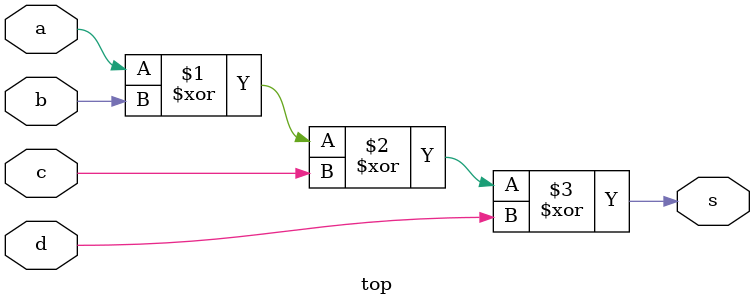
<source format=v>
module top(input a, input b, input c, input d, output s);
    assign s = a ^ b ^ c ^ d;
endmodule

</source>
